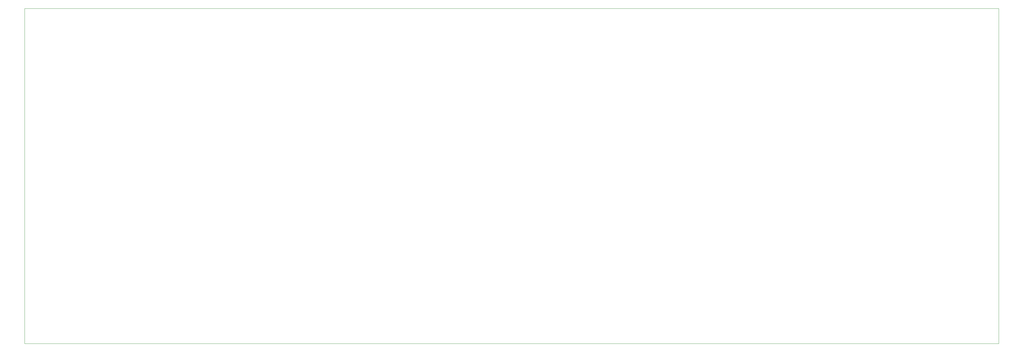
<source format=gbr>
G04 #@! TF.GenerationSoftware,KiCad,Pcbnew,5.1.5+dfsg1-2build2*
G04 #@! TF.CreationDate,2021-02-15T11:09:07+00:00*
G04 #@! TF.ProjectId,backplane,6261636b-706c-4616-9e65-2e6b69636164,rev?*
G04 #@! TF.SameCoordinates,Original*
G04 #@! TF.FileFunction,Profile,NP*
%FSLAX46Y46*%
G04 Gerber Fmt 4.6, Leading zero omitted, Abs format (unit mm)*
G04 Created by KiCad (PCBNEW 5.1.5+dfsg1-2build2) date 2021-02-15 11:09:07*
%MOMM*%
%LPD*%
G04 APERTURE LIST*
%ADD10C,0.100000*%
G04 APERTURE END LIST*
D10*
X363000000Y-69000000D02*
X363000000Y-173000000D01*
X61000000Y-69000000D02*
X363000000Y-69000000D01*
X61000000Y-173000000D02*
X61000000Y-69000000D01*
X363000000Y-173000000D02*
X61000000Y-173000000D01*
M02*

</source>
